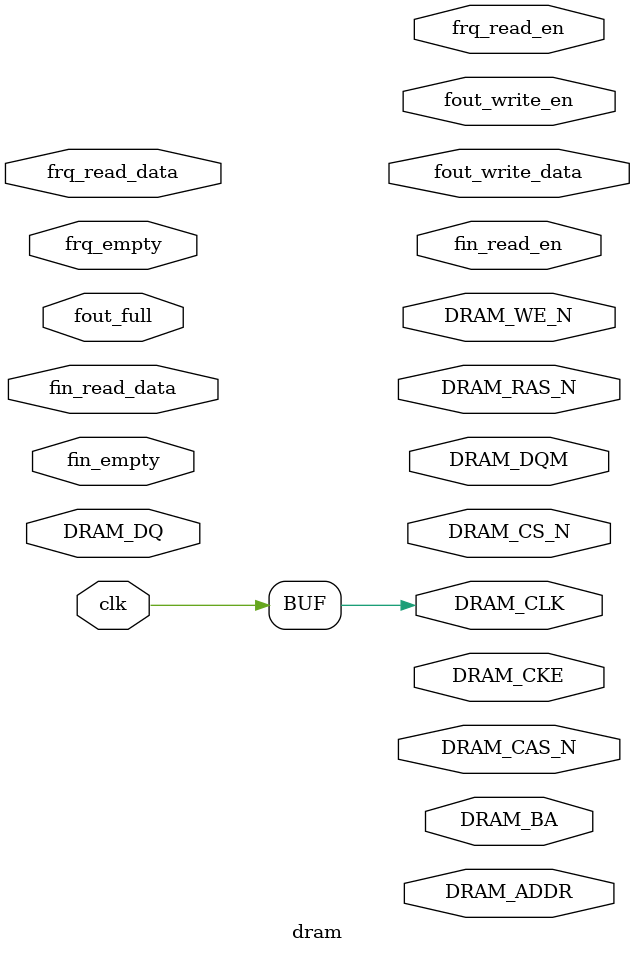
<source format=v>
module dram(
  input                     clk,
  // DRAM
  output             [12:0] DRAM_ADDR,
  output              [1:0] DRAM_BA,
  output                    DRAM_CAS_N,
  output                    DRAM_CKE,
  output                    DRAM_CLK,
  output                    DRAM_CS_N,
  inout              [31:0] DRAM_DQ,
  output              [3:0] DRAM_DQM,
  output                    DRAM_RAS_N,
  output                    DRAM_WE_N,
  // request fifo
  output                    frq_read_en,
  input  [LOG_REQ_SIZE-1:0] frq_read_data,
  input                     frq_empty,
  // input fifo
  output                    fin_read_en,
  input      [PAGE_LEN-1:0] fin_read_data,
  input                     fin_empty,
  
  // output fifo
  output                    fout_write_en,
  output     [PAGE_LEN-1:0] fout_write_data,
  input                     fout_full
);


parameter LOG_DRAM_SIZE = 6;
parameter PAGE_LEN = 32;
parameter LOG_ADDR_SIZE = LOG_DRAM_SIZE - $clog2(PAGE_LEN);
parameter LOG_REQ_SIZE = 1 + LOG_ADDR_SIZE;


assign DRAM_CLK = clk;

reg [1:0] r_state;

// Reads and writes pages of data from/to DRAM
always @ (posedge clk)
begin

  case(r_state)
    default: begin
	 end
	 1: begin
	 end
	 2: begin
	 end
	 3: begin
	 end
  endcase

  
end




endmodule
</source>
